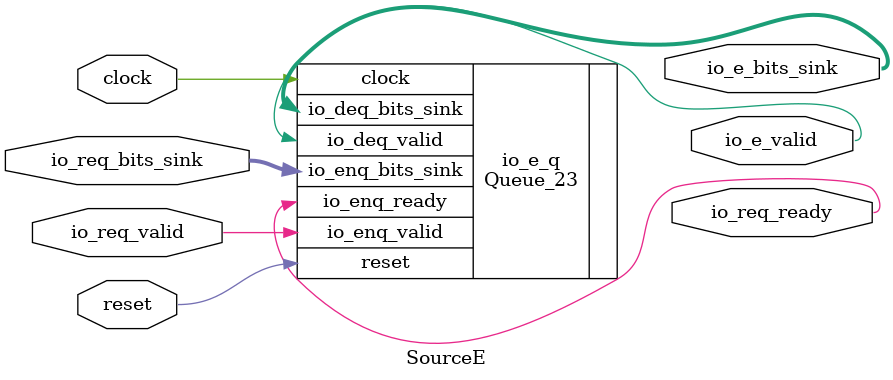
<source format=sv>
`ifndef RANDOMIZE
  `ifdef RANDOMIZE_REG_INIT
    `define RANDOMIZE
  `endif // RANDOMIZE_REG_INIT
`endif // not def RANDOMIZE
`ifndef RANDOMIZE
  `ifdef RANDOMIZE_MEM_INIT
    `define RANDOMIZE
  `endif // RANDOMIZE_MEM_INIT
`endif // not def RANDOMIZE

`ifndef RANDOM
  `define RANDOM $random
`endif // not def RANDOM

// Users can define 'PRINTF_COND' to add an extra gate to prints.
`ifndef PRINTF_COND_
  `ifdef PRINTF_COND
    `define PRINTF_COND_ (`PRINTF_COND)
  `else  // PRINTF_COND
    `define PRINTF_COND_ 1
  `endif // PRINTF_COND
`endif // not def PRINTF_COND_

// Users can define 'ASSERT_VERBOSE_COND' to add an extra gate to assert error printing.
`ifndef ASSERT_VERBOSE_COND_
  `ifdef ASSERT_VERBOSE_COND
    `define ASSERT_VERBOSE_COND_ (`ASSERT_VERBOSE_COND)
  `else  // ASSERT_VERBOSE_COND
    `define ASSERT_VERBOSE_COND_ 1
  `endif // ASSERT_VERBOSE_COND
`endif // not def ASSERT_VERBOSE_COND_

// Users can define 'STOP_COND' to add an extra gate to stop conditions.
`ifndef STOP_COND_
  `ifdef STOP_COND
    `define STOP_COND_ (`STOP_COND)
  `else  // STOP_COND
    `define STOP_COND_ 1
  `endif // STOP_COND
`endif // not def STOP_COND_

// Users can define INIT_RANDOM as general code that gets injected into the
// initializer block for modules with registers.
`ifndef INIT_RANDOM
  `define INIT_RANDOM
`endif // not def INIT_RANDOM

// If using random initialization, you can also define RANDOMIZE_DELAY to
// customize the delay used, otherwise 0.002 is used.
`ifndef RANDOMIZE_DELAY
  `define RANDOMIZE_DELAY 0.002
`endif // not def RANDOMIZE_DELAY

// Define INIT_RANDOM_PROLOG_ for use in our modules below.
`ifndef INIT_RANDOM_PROLOG_
  `ifdef RANDOMIZE
    `ifdef VERILATOR
      `define INIT_RANDOM_PROLOG_ `INIT_RANDOM
    `else  // VERILATOR
      `define INIT_RANDOM_PROLOG_ `INIT_RANDOM #`RANDOMIZE_DELAY begin end
    `endif // VERILATOR
  `else  // RANDOMIZE
    `define INIT_RANDOM_PROLOG_
  `endif // RANDOMIZE
`endif // not def INIT_RANDOM_PROLOG_

module SourceE(
  input        clock,
               reset,
               io_req_valid,
  input  [2:0] io_req_bits_sink,
  output       io_req_ready,
               io_e_valid,
  output [2:0] io_e_bits_sink
);

  Queue_23 io_e_q (	// @[Decoupled.scala:375:21]
    .clock            (clock),
    .reset            (reset),
    .io_enq_valid     (io_req_valid),
    .io_enq_bits_sink (io_req_bits_sink),
    .io_enq_ready     (io_req_ready),
    .io_deq_valid     (io_e_valid),
    .io_deq_bits_sink (io_e_bits_sink)
  );
endmodule


</source>
